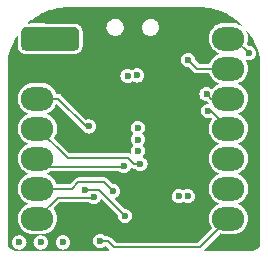
<source format=gbr>
G04 %TF.GenerationSoftware,KiCad,Pcbnew,(6.0.9-0)@% jlc*
G04 %TF.CreationDate,2023-01-04T12:54:03-08:00@% jlc*
G04 %TF.ProjectId,TMC2300-BOB v1.0,544d4332-3330-4302-9d42-4f422076312e,rev?@% jlc*
G04 %TF.SameCoordinates,Original@% jlc*
G04 %TF.FileFunction,Copper,L4,Bot@% jlc*
G04 %TF.FilePolarity,Positive@% jlc*
%FSLAX46Y46*%
G04 Gerber Fmt 4.6, Leading zero omitted, Abs format (unit mm)*
G04 Created by KiCad (PCBNEW (6.0.9-0)) date 2023-01-04 12:54:03*
%MOMM*%
%LPD*%
G01*
G04 APERTURE LIST*
G04 %TA.AperFunction,ComponentPad@% jlc*
%ADD10C,0.500000*%
G04 %TD@% jlc*
G04 %TA.AperFunction,SMDPad,CuDef@% jlc*
%ADD11R,1.650000X1.650000*%
G04 %TD@% jlc*
G04 %TA.AperFunction,SMDPad,CuDef@% jlc*
%ADD12R,1.600000X1.800000*%
G04 %TD@% jlc*
G04 %TA.AperFunction,SMDPad,CuDef@% jlc*
%ADD13O,2.748280X1.998980*%
G04 %TD@% jlc*
G04 %TA.AperFunction,ViaPad@% jlc*
%ADD14C,0.600000*%
G04 %TD@% jlc*
G04 %TA.AperFunction,Conductor@% jlc*
%ADD15C,0.200000*%
G04 %TD@% jlc*
G04 APERTURE END LIST*
D10*
G04 %TO.P,IC1,21,PAD@% jlc*
G04 %TO.N,GND@% jlc*
X11155000Y4305000D03*
D11*
X11730000Y4880000D03*
D10*
X12305000Y4305000D03*
X11155000Y5455000D03*
X12305000Y5455000D03*
G04 %TD@% jlc*
G04 %TO.P,U2,9,GNDPAD@% jlc*
G04 %TO.N,GND@% jlc*
X12810400Y12735800D03*
X13910400Y12735800D03*
X13910400Y14035800D03*
D12*
X13360400Y13385800D03*
D10*
X12810400Y14035800D03*
G04 %TD@% jlc*
D13*
G04 %TO.P,U1,1,PA02_A0_D0@% jlc*
G04 %TO.N,/SW1@% jlc*
X18999200Y18262600D03*
G04 %TO.P,U1,2,PA4_A1_D1@% jlc*
G04 %TO.N,/SW2@% jlc*
X18999200Y15722600D03*
G04 %TO.P,U1,3,PA10_A2_D2@% jlc*
G04 %TO.N,/LSR@% jlc*
X18999200Y13182600D03*
G04 %TO.P,U1,4,PA11_A3_D3@% jlc*
G04 %TO.N,/DIM@% jlc*
X18999200Y10642600D03*
G04 %TO.P,U1,5,PA8_A4_D4_SDA@% jlc*
G04 %TO.N,unconnected-(U1-Pad5)@% jlc*
X18999200Y8102600D03*
G04 %TO.P,U1,6,PA9_A5_D5_SCL@% jlc*
G04 %TO.N,unconnected-(U1-Pad6)@% jlc*
X18999200Y5562600D03*
G04 %TO.P,U1,7,PB08_A6_D6_TX@% jlc*
G04 %TO.N,/UART_TX@% jlc*
X18999200Y3022600D03*
G04 %TO.P,U1,8,PB09_A7_D7_RX@% jlc*
G04 %TO.N,/UART_RX@% jlc*
X2834640Y3022600D03*
G04 %TO.P,U1,9,PA7_A8_D8_SCK@% jlc*
G04 %TO.N,/EN@% jlc*
X2834640Y5562600D03*
G04 %TO.P,U1,10,PA5_A9_D9_MISO@% jlc*
G04 %TO.N,/STEP@% jlc*
X2834640Y8102600D03*
G04 %TO.P,U1,11,PA6_A10_D10_MOSI@% jlc*
G04 %TO.N,/DIR@% jlc*
X2834640Y10642600D03*
G04 %TO.P,U1,12,3V3@% jlc*
G04 %TO.N,/VIO\u005C~{STDBY}@% jlc*
X2834640Y13182600D03*
G04 %TO.P,U1,13,GND@% jlc*
G04 %TO.N,GND@% jlc*
X2834640Y15722600D03*
G04 %TO.P,U1,14,5V@% jlc*
G04 %TO.N,/+Vbat@% jlc*
X2834640Y18262600D03*
G04 %TD@% jlc*
D14*
G04 %TO.N,GND@% jlc*
X21200000Y15450000D03*
X11600000Y17500000D03*
X17119600Y7340600D03*
X6883400Y939800D03*
X17043400Y2311400D03*
X1041400Y15214600D03*
X7300000Y16800000D03*
X1041400Y16383000D03*
X16600000Y17900000D03*
G04 %TO.N,/+Vbat@% jlc*
X4927600Y18719800D03*
X5791200Y18719800D03*
X11340000Y8750000D03*
X10464800Y15113000D03*
X11340000Y9710000D03*
X3100000Y1000000D03*
X5000000Y1000000D03*
X15559800Y4917800D03*
X11328400Y10693400D03*
X11277600Y15138400D03*
X14797800Y4917800D03*
X4927600Y17780000D03*
X5791200Y17780000D03*
X1300000Y1000000D03*
G04 %TO.N,/VIO\u005C~{STDBY}@% jlc*
X6883400Y5435600D03*
X10236200Y3251200D03*
X7162800Y10820400D03*
G04 %TO.N,/EN@% jlc*
X9245600Y5334000D03*
G04 %TO.N,/UART_RX@% jlc*
X7594600Y4836100D03*
G04 %TO.N,/DIR@% jlc*
X11543911Y7653911D03*
G04 %TO.N,/STEP@% jlc*
X10150000Y7450000D03*
G04 %TO.N,/UART_TX@% jlc*
X8147178Y1130142D03*
G04 %TO.N,/SW2@% jlc*
X15595600Y16459200D03*
G04 %TO.N,/SW1@% jlc*
X20751800Y17018000D03*
G04 %TO.N,/DIM@% jlc*
X17297400Y12141200D03*
G04 %TO.N,/LSR@% jlc*
X17145000Y13563600D03*
G04 %TD@% jlc*
D15*
G04 %TO.N,/UART_RX@% jlc*
X7594600Y4836100D02*
X7558500Y4800000D01*
X7558500Y4800000D02*
X4546000Y4800000D01*
X4546000Y4800000D02*
X2895600Y3149600D01*
G04 %TO.N,/VIO\u005C~{STDBY}@% jlc*
X6934200Y10820400D02*
X4572000Y13182600D01*
X4572000Y13182600D02*
X2834640Y13182600D01*
X6883400Y5435600D02*
X8051800Y5435600D01*
X7162800Y10820400D02*
X6934200Y10820400D01*
X8051800Y5435600D02*
X10236200Y3251200D01*
G04 %TO.N,/EN@% jlc*
X6299200Y6096000D02*
X5765800Y5562600D01*
X8483600Y6096000D02*
X6299200Y6096000D01*
X5765800Y5562600D02*
X2834640Y5562600D01*
X9245600Y5334000D02*
X8483600Y6096000D01*
G04 %TO.N,/DIR@% jlc*
X2882400Y10642600D02*
X2834640Y10642600D01*
X5375000Y8150000D02*
X2882400Y10642600D01*
X11543911Y7653911D02*
X11021089Y7653911D01*
X11021089Y7653911D02*
X10525000Y8150000D01*
X10525000Y8150000D02*
X5375000Y8150000D01*
G04 %TO.N,/STEP@% jlc*
X3512240Y7425000D02*
X2834640Y8102600D01*
X10125000Y7425000D02*
X3512240Y7425000D01*
X10150000Y7450000D02*
X10125000Y7425000D01*
G04 %TO.N,/UART_TX@% jlc*
X16560800Y584200D02*
X18999200Y3022600D01*
X8774320Y1102095D02*
X9292215Y584200D01*
X9292215Y584200D02*
X16560800Y584200D01*
X8175225Y1102095D02*
X8774320Y1102095D01*
X8147178Y1130142D02*
X8175225Y1102095D01*
G04 %TO.N,/SW2@% jlc*
X15595600Y16459200D02*
X16332200Y15722600D01*
X16332200Y15722600D02*
X18999200Y15722600D01*
G04 %TO.N,/SW1@% jlc*
X19507200Y18262600D02*
X20751800Y17018000D01*
G04 %TO.N,/DIM@% jlc*
X17297400Y12141200D02*
X17500600Y12141200D01*
X17500600Y12141200D02*
X18999200Y10642600D01*
G04 %TO.N,/LSR@% jlc*
X17145000Y13563600D02*
X17526000Y13182600D01*
X17526000Y13182600D02*
X18999200Y13182600D01*
G04 %TD@% jlc*
G04 %TA.AperFunction,Conductor@% jlc*
G04 %TO.N,GND@% jlc*
G36*
X20606604Y18924752D02*
G01*
X20662750Y18847428D01*
X20847691Y18592727D01*
X20849933Y18589355D01*
X20913526Y18484546D01*
X21071729Y18223805D01*
X21073678Y18220271D01*
X21264526Y17837659D01*
X21266182Y17833964D01*
X21424774Y17436917D01*
X21426120Y17433097D01*
X21551391Y17024290D01*
X21552416Y17020372D01*
X21639943Y16618928D01*
X21643494Y16602639D01*
X21644192Y16598655D01*
X21664890Y16442767D01*
X21697230Y16199187D01*
X21697484Y16188632D01*
X21696117Y16172374D01*
X21697241Y16168236D01*
X21697241Y16168235D01*
X21697787Y16166225D01*
X21699500Y16153382D01*
X21699500Y1030582D01*
X21698756Y1022073D01*
X21694864Y1000000D01*
X21695608Y995780D01*
X21696671Y989750D01*
X21697179Y976440D01*
X21693641Y940512D01*
X21686532Y868336D01*
X21684658Y858915D01*
X21647655Y736932D01*
X21643979Y728058D01*
X21583888Y615636D01*
X21578551Y607649D01*
X21497682Y509110D01*
X21490890Y502318D01*
X21392351Y421449D01*
X21384364Y416112D01*
X21271942Y356021D01*
X21263068Y352345D01*
X21141085Y315342D01*
X21131665Y313468D01*
X21023560Y302821D01*
X21010250Y303329D01*
X21004220Y304392D01*
X21000000Y305136D01*
X20995781Y304392D01*
X20995780Y304392D01*
X20977927Y301244D01*
X20969418Y300500D01*
X16961789Y300500D01*
X16927141Y314852D01*
X16912789Y349500D01*
X16927141Y384148D01*
X18285285Y1742293D01*
X18319933Y1756645D01*
X18332615Y1754975D01*
X18395875Y1738024D01*
X18395877Y1738024D01*
X18397947Y1737469D01*
X18400074Y1737283D01*
X18400079Y1737282D01*
X18566722Y1722703D01*
X18566728Y1722703D01*
X18567788Y1722610D01*
X19430612Y1722610D01*
X19431672Y1722703D01*
X19431678Y1722703D01*
X19598321Y1737282D01*
X19598326Y1737283D01*
X19600453Y1737469D01*
X19602523Y1738024D01*
X19602525Y1738024D01*
X19818104Y1795788D01*
X19818106Y1795789D01*
X19820171Y1796342D01*
X20026328Y1892475D01*
X20212660Y2022946D01*
X20373504Y2183790D01*
X20384175Y2199029D01*
X20502749Y2368371D01*
X20502749Y2368372D01*
X20503975Y2370122D01*
X20600108Y2576279D01*
X20600662Y2578346D01*
X20658426Y2793925D01*
X20658426Y2793927D01*
X20658981Y2795997D01*
X20661166Y2820962D01*
X20678620Y3020474D01*
X20678806Y3022600D01*
X20658981Y3249203D01*
X20653849Y3268358D01*
X20600662Y3466854D01*
X20600661Y3466856D01*
X20600108Y3468921D01*
X20503975Y3675078D01*
X20432633Y3776965D01*
X20374736Y3859651D01*
X20374734Y3859653D01*
X20373504Y3861410D01*
X20212660Y4022254D01*
X20026328Y4152725D01*
X19821601Y4248191D01*
X19796264Y4275841D01*
X19797900Y4313308D01*
X19821601Y4337009D01*
X20024392Y4431572D01*
X20024394Y4431573D01*
X20026328Y4432475D01*
X20055979Y4453237D01*
X20210901Y4561714D01*
X20210903Y4561716D01*
X20212660Y4562946D01*
X20373504Y4723790D01*
X20383435Y4737972D01*
X20502749Y4908371D01*
X20502749Y4908372D01*
X20503975Y4910122D01*
X20507556Y4917800D01*
X20599204Y5114341D01*
X20600108Y5116279D01*
X20616442Y5177238D01*
X20658426Y5333925D01*
X20658426Y5333927D01*
X20658981Y5335997D01*
X20659641Y5343533D01*
X20678620Y5560474D01*
X20678806Y5562600D01*
X20672088Y5639390D01*
X20659168Y5787071D01*
X20659167Y5787076D01*
X20658981Y5789203D01*
X20640928Y5856580D01*
X20600662Y6006854D01*
X20600661Y6006856D01*
X20600108Y6008921D01*
X20503975Y6215078D01*
X20373504Y6401410D01*
X20212660Y6562254D01*
X20026328Y6692725D01*
X19821601Y6788191D01*
X19796264Y6815841D01*
X19797900Y6853308D01*
X19821601Y6877009D01*
X20024392Y6971572D01*
X20024394Y6971573D01*
X20026328Y6972475D01*
X20093861Y7019762D01*
X20210901Y7101714D01*
X20210903Y7101716D01*
X20212660Y7102946D01*
X20373504Y7263790D01*
X20376216Y7267662D01*
X20502749Y7448371D01*
X20502749Y7448372D01*
X20503975Y7450122D01*
X20600108Y7656279D01*
X20642272Y7813639D01*
X20658426Y7873925D01*
X20658426Y7873927D01*
X20658981Y7875997D01*
X20661882Y7909148D01*
X20678620Y8100474D01*
X20678806Y8102600D01*
X20673351Y8164956D01*
X20659168Y8327071D01*
X20659167Y8327076D01*
X20658981Y8329203D01*
X20642136Y8392072D01*
X20600662Y8546854D01*
X20600661Y8546856D01*
X20600108Y8548921D01*
X20503975Y8755078D01*
X20373504Y8941410D01*
X20212660Y9102254D01*
X20101295Y9180233D01*
X20028079Y9231499D01*
X20028078Y9231499D01*
X20026328Y9232725D01*
X19948805Y9268875D01*
X19821601Y9328191D01*
X19796264Y9355841D01*
X19797900Y9393308D01*
X19821601Y9417009D01*
X20024392Y9511572D01*
X20024394Y9511573D01*
X20026328Y9512475D01*
X20212660Y9642946D01*
X20373504Y9803790D01*
X20385542Y9820981D01*
X20502749Y9988371D01*
X20502749Y9988372D01*
X20503975Y9990122D01*
X20600108Y10196279D01*
X20610746Y10235979D01*
X20658426Y10413925D01*
X20658426Y10413927D01*
X20658981Y10415997D01*
X20667644Y10515010D01*
X20678620Y10640474D01*
X20678806Y10642600D01*
X20674083Y10696583D01*
X20659168Y10867071D01*
X20659167Y10867076D01*
X20658981Y10869203D01*
X20624942Y10996241D01*
X20600662Y11086854D01*
X20600661Y11086856D01*
X20600108Y11088921D01*
X20503975Y11295078D01*
X20445254Y11378940D01*
X20374736Y11479651D01*
X20374734Y11479653D01*
X20373504Y11481410D01*
X20212660Y11642254D01*
X20111742Y11712918D01*
X20028079Y11771499D01*
X20028078Y11771499D01*
X20026328Y11772725D01*
X19821601Y11868191D01*
X19796264Y11895841D01*
X19797900Y11933308D01*
X19821601Y11957009D01*
X19887247Y11987620D01*
X20026328Y12052475D01*
X20153041Y12141200D01*
X20210901Y12181714D01*
X20210903Y12181716D01*
X20212660Y12182946D01*
X20373504Y12343790D01*
X20443701Y12444041D01*
X20502749Y12528371D01*
X20502749Y12528372D01*
X20503975Y12530122D01*
X20600108Y12736279D01*
X20608250Y12766665D01*
X20658426Y12953925D01*
X20658426Y12953927D01*
X20658981Y12955997D01*
X20659274Y12959335D01*
X20678620Y13180474D01*
X20678806Y13182600D01*
X20671709Y13263725D01*
X20659168Y13407071D01*
X20659167Y13407076D01*
X20658981Y13409203D01*
X20631799Y13510650D01*
X20600662Y13626854D01*
X20600661Y13626856D01*
X20600108Y13628921D01*
X20503975Y13835078D01*
X20484091Y13863475D01*
X20374736Y14019651D01*
X20374734Y14019653D01*
X20373504Y14021410D01*
X20212660Y14182254D01*
X20026328Y14312725D01*
X19821601Y14408191D01*
X19796264Y14435841D01*
X19797900Y14473308D01*
X19821601Y14497009D01*
X19844608Y14507737D01*
X19941539Y14552937D01*
X20024392Y14591572D01*
X20024394Y14591573D01*
X20026328Y14592475D01*
X20028079Y14593701D01*
X20210901Y14721714D01*
X20210903Y14721716D01*
X20212660Y14722946D01*
X20373504Y14883790D01*
X20503975Y15070122D01*
X20523970Y15113000D01*
X20599204Y15274341D01*
X20600108Y15276279D01*
X20605168Y15295162D01*
X20658426Y15493925D01*
X20658426Y15493927D01*
X20658981Y15495997D01*
X20665337Y15568638D01*
X20678620Y15720474D01*
X20678806Y15722600D01*
X20676927Y15744082D01*
X20659168Y15947071D01*
X20659167Y15947076D01*
X20658981Y15949203D01*
X20600831Y16166225D01*
X20600662Y16166854D01*
X20600661Y16166856D01*
X20600108Y16168921D01*
X20503975Y16375078D01*
X20503296Y16376048D01*
X20498432Y16413016D01*
X20521264Y16442767D01*
X20558447Y16447659D01*
X20564513Y16445600D01*
X20592072Y16434184D01*
X20592076Y16434183D01*
X20595038Y16432956D01*
X20598219Y16432537D01*
X20598220Y16432537D01*
X20748617Y16412737D01*
X20751800Y16412318D01*
X20754983Y16412737D01*
X20905380Y16432537D01*
X20905381Y16432537D01*
X20908562Y16432956D01*
X20911524Y16434183D01*
X20911528Y16434184D01*
X21051675Y16492235D01*
X21051678Y16492237D01*
X21054641Y16493464D01*
X21143190Y16561410D01*
X21177533Y16587762D01*
X21180082Y16589718D01*
X21276336Y16715159D01*
X21277565Y16718125D01*
X21335616Y16858272D01*
X21335617Y16858276D01*
X21336844Y16861238D01*
X21339964Y16884933D01*
X21357063Y17014817D01*
X21357482Y17018000D01*
X21353972Y17044663D01*
X21337263Y17171580D01*
X21337263Y17171581D01*
X21336844Y17174762D01*
X21335617Y17177724D01*
X21335616Y17177728D01*
X21277565Y17317875D01*
X21277563Y17317878D01*
X21276336Y17320841D01*
X21199655Y17420774D01*
X21182038Y17443733D01*
X21180082Y17446282D01*
X21054641Y17542536D01*
X21051678Y17543763D01*
X21051675Y17543765D01*
X20911528Y17601816D01*
X20911524Y17601817D01*
X20908562Y17603044D01*
X20905381Y17603463D01*
X20905380Y17603463D01*
X20754983Y17623263D01*
X20751800Y17623682D01*
X20741038Y17622265D01*
X20704813Y17631971D01*
X20699994Y17636198D01*
X20598866Y17737327D01*
X20584514Y17771975D01*
X20589105Y17792683D01*
X20599204Y17814341D01*
X20600108Y17816279D01*
X20658981Y18035997D01*
X20665953Y18115681D01*
X20678620Y18260474D01*
X20678806Y18262600D01*
X20666140Y18407374D01*
X20659168Y18487071D01*
X20659167Y18487076D01*
X20658981Y18489203D01*
X20649290Y18525373D01*
X20600662Y18706854D01*
X20600661Y18706856D01*
X20600108Y18708921D01*
X20535300Y18847901D01*
X20522546Y18875253D01*
X20520910Y18912720D01*
X20546247Y18940370D01*
X20583714Y18942006D01*
X20606604Y18924752D01*
G37*
G04 %TD.AperFunction@% jlc*
G04 %TA.AperFunction,Conductor@% jlc*
G36*
X16887649Y20907689D02*
G01*
X16891669Y20907389D01*
X17142956Y20878102D01*
X17316368Y20857891D01*
X17320368Y20857256D01*
X17527609Y20815527D01*
X17739521Y20772857D01*
X17743440Y20771898D01*
X17999364Y20697926D01*
X18154187Y20653176D01*
X18158028Y20651892D01*
X18557574Y20499655D01*
X18561293Y20498059D01*
X18946903Y20313346D01*
X18950467Y20311454D01*
X19134990Y20203490D01*
X19319507Y20095529D01*
X19322915Y20093341D01*
X19672855Y19847684D01*
X19676071Y19845222D01*
X20004535Y19571502D01*
X20007535Y19568784D01*
X20162543Y19416233D01*
X20162820Y19415960D01*
X20177448Y19381427D01*
X20163374Y19346666D01*
X20128841Y19332038D01*
X20100347Y19340896D01*
X20026328Y19392725D01*
X20024356Y19393645D01*
X19936448Y19434637D01*
X19820171Y19488858D01*
X19818106Y19489411D01*
X19818104Y19489412D01*
X19602525Y19547176D01*
X19602523Y19547176D01*
X19600453Y19547731D01*
X19598326Y19547917D01*
X19598321Y19547918D01*
X19431678Y19562497D01*
X19431672Y19562497D01*
X19430612Y19562590D01*
X18567788Y19562590D01*
X18566728Y19562497D01*
X18566722Y19562497D01*
X18400079Y19547918D01*
X18400074Y19547917D01*
X18397947Y19547731D01*
X18395877Y19547176D01*
X18395875Y19547176D01*
X18180296Y19489412D01*
X18180294Y19489411D01*
X18178229Y19488858D01*
X18061952Y19434637D01*
X17974045Y19393645D01*
X17972072Y19392725D01*
X17970322Y19391499D01*
X17970321Y19391499D01*
X17817401Y19284423D01*
X17785740Y19262254D01*
X17624896Y19101410D01*
X17623666Y19099653D01*
X17623664Y19099651D01*
X17547291Y18990579D01*
X17494425Y18915078D01*
X17493523Y18913144D01*
X17493522Y18913142D01*
X17477546Y18878882D01*
X17398292Y18708921D01*
X17397739Y18706856D01*
X17397738Y18706854D01*
X17349111Y18525373D01*
X17339419Y18489203D01*
X17339233Y18487076D01*
X17339232Y18487071D01*
X17332260Y18407374D01*
X17319594Y18262600D01*
X17319780Y18260474D01*
X17332448Y18115681D01*
X17339419Y18035997D01*
X17398292Y17816279D01*
X17423795Y17761588D01*
X17490363Y17618834D01*
X17494425Y17610122D01*
X17495651Y17608372D01*
X17495651Y17608371D01*
X17616174Y17436247D01*
X17624896Y17423790D01*
X17785740Y17262946D01*
X17787497Y17261716D01*
X17787499Y17261714D01*
X17907444Y17177728D01*
X17972072Y17132475D01*
X17974006Y17131573D01*
X17974008Y17131572D01*
X17993680Y17122399D01*
X18154799Y17047268D01*
X18176799Y17037009D01*
X18202136Y17009359D01*
X18200500Y16971892D01*
X18176799Y16948191D01*
X18161631Y16941118D01*
X17983968Y16858272D01*
X17972072Y16852725D01*
X17970322Y16851499D01*
X17970321Y16851499D01*
X17838326Y16759075D01*
X17785740Y16722254D01*
X17624896Y16561410D01*
X17623666Y16559653D01*
X17623664Y16559651D01*
X17495651Y16376829D01*
X17494425Y16375078D01*
X17398292Y16168921D01*
X17395745Y16159417D01*
X17372917Y16129666D01*
X17348416Y16123100D01*
X16518389Y16123100D01*
X16483741Y16137452D01*
X16213798Y16407395D01*
X16199446Y16442043D01*
X16199865Y16448440D01*
X16200863Y16456019D01*
X16201282Y16459200D01*
X16190685Y16539696D01*
X16181063Y16612780D01*
X16181063Y16612781D01*
X16180644Y16615962D01*
X16179417Y16618924D01*
X16179416Y16618928D01*
X16121365Y16759075D01*
X16121363Y16759078D01*
X16120136Y16762041D01*
X16023882Y16887482D01*
X15898441Y16983736D01*
X15895478Y16984963D01*
X15895475Y16984965D01*
X15755328Y17043016D01*
X15755324Y17043017D01*
X15752362Y17044244D01*
X15749181Y17044663D01*
X15749180Y17044663D01*
X15598783Y17064463D01*
X15595600Y17064882D01*
X15592417Y17064463D01*
X15442020Y17044663D01*
X15442019Y17044663D01*
X15438838Y17044244D01*
X15435876Y17043017D01*
X15435872Y17043016D01*
X15295725Y16984965D01*
X15295722Y16984963D01*
X15292759Y16983736D01*
X15167318Y16887482D01*
X15071064Y16762041D01*
X15069837Y16759078D01*
X15069835Y16759075D01*
X15011784Y16618928D01*
X15011783Y16618924D01*
X15010556Y16615962D01*
X15010137Y16612781D01*
X15010137Y16612780D01*
X15000515Y16539696D01*
X14989918Y16459200D01*
X15010556Y16302438D01*
X15011783Y16299476D01*
X15011784Y16299472D01*
X15069835Y16159325D01*
X15071064Y16156359D01*
X15167318Y16030918D01*
X15292759Y15934664D01*
X15295722Y15933437D01*
X15295725Y15933435D01*
X15435872Y15875384D01*
X15435876Y15875383D01*
X15438838Y15874156D01*
X15442019Y15873737D01*
X15442020Y15873737D01*
X15592417Y15853937D01*
X15595600Y15853518D01*
X15606361Y15854935D01*
X15642585Y15845229D01*
X15647405Y15841002D01*
X16071291Y15417116D01*
X16071295Y15417113D01*
X16093858Y15394550D01*
X16097295Y15392799D01*
X16097299Y15392796D01*
X16118856Y15381812D01*
X16125412Y15377795D01*
X16144992Y15363569D01*
X16144997Y15363566D01*
X16148111Y15361304D01*
X16164140Y15356096D01*
X16174794Y15352634D01*
X16181897Y15349691D01*
X16203459Y15338705D01*
X16203460Y15338705D01*
X16206896Y15336954D01*
X16210699Y15336352D01*
X16210701Y15336351D01*
X16234607Y15332565D01*
X16242083Y15330770D01*
X16265100Y15323291D01*
X16265103Y15323291D01*
X16268767Y15322100D01*
X17348416Y15322100D01*
X17383064Y15307748D01*
X17395745Y15285785D01*
X17398292Y15276279D01*
X17399196Y15274341D01*
X17474431Y15113000D01*
X17494425Y15070122D01*
X17624896Y14883790D01*
X17785740Y14722946D01*
X17787497Y14721716D01*
X17787499Y14721714D01*
X17970321Y14593701D01*
X17972072Y14592475D01*
X17974006Y14591573D01*
X17974008Y14591572D01*
X18056861Y14552937D01*
X18153793Y14507737D01*
X18176799Y14497009D01*
X18202136Y14469359D01*
X18200500Y14431892D01*
X18176799Y14408191D01*
X17972072Y14312725D01*
X17785740Y14182254D01*
X17624896Y14021410D01*
X17623671Y14019661D01*
X17623663Y14019651D01*
X17622761Y14018363D01*
X17622377Y14018118D01*
X17622291Y14018016D01*
X17622259Y14018043D01*
X17591129Y13998217D01*
X17552798Y14007600D01*
X17450390Y14086180D01*
X17447841Y14088136D01*
X17444878Y14089363D01*
X17444875Y14089365D01*
X17304728Y14147416D01*
X17304724Y14147417D01*
X17301762Y14148644D01*
X17298581Y14149063D01*
X17298580Y14149063D01*
X17148183Y14168863D01*
X17145000Y14169282D01*
X17141817Y14168863D01*
X16991420Y14149063D01*
X16991419Y14149063D01*
X16988238Y14148644D01*
X16985276Y14147417D01*
X16985272Y14147416D01*
X16845125Y14089365D01*
X16845122Y14089363D01*
X16842159Y14088136D01*
X16839610Y14086180D01*
X16750910Y14018118D01*
X16716718Y13991882D01*
X16620464Y13866441D01*
X16619237Y13863478D01*
X16619235Y13863475D01*
X16561184Y13723328D01*
X16561183Y13723324D01*
X16559956Y13720362D01*
X16559537Y13717181D01*
X16559537Y13717180D01*
X16546667Y13619419D01*
X16539318Y13563600D01*
X16539737Y13560417D01*
X16540771Y13552567D01*
X16559956Y13406838D01*
X16561183Y13403876D01*
X16561184Y13403872D01*
X16619235Y13263725D01*
X16620464Y13260759D01*
X16716718Y13135318D01*
X16842159Y13039064D01*
X16845122Y13037837D01*
X16845125Y13037835D01*
X16985272Y12979784D01*
X16985276Y12979783D01*
X16988238Y12978556D01*
X16991419Y12978137D01*
X16991420Y12978137D01*
X17141817Y12958337D01*
X17145000Y12957918D01*
X17155762Y12959335D01*
X17191987Y12949629D01*
X17196806Y12945402D01*
X17287658Y12854550D01*
X17291093Y12852800D01*
X17312653Y12841814D01*
X17319205Y12837800D01*
X17322911Y12835108D01*
X17342509Y12803133D01*
X17333758Y12766665D01*
X17301783Y12747067D01*
X17298162Y12746782D01*
X17297400Y12746882D01*
X17165844Y12729562D01*
X17143820Y12726663D01*
X17143819Y12726663D01*
X17140638Y12726244D01*
X17137676Y12725017D01*
X17137672Y12725016D01*
X16997525Y12666965D01*
X16997522Y12666963D01*
X16994559Y12665736D01*
X16869118Y12569482D01*
X16867162Y12566933D01*
X16820991Y12506761D01*
X16772864Y12444041D01*
X16771637Y12441078D01*
X16771635Y12441075D01*
X16713584Y12300928D01*
X16713583Y12300924D01*
X16712356Y12297962D01*
X16691718Y12141200D01*
X16712356Y11984438D01*
X16713583Y11981476D01*
X16713584Y11981472D01*
X16760507Y11868191D01*
X16772864Y11838359D01*
X16869118Y11712918D01*
X16994559Y11616664D01*
X16997522Y11615437D01*
X16997525Y11615435D01*
X17137672Y11557384D01*
X17137676Y11557383D01*
X17140638Y11556156D01*
X17143819Y11555737D01*
X17143820Y11555737D01*
X17294217Y11535937D01*
X17297400Y11535518D01*
X17454162Y11556156D01*
X17469939Y11562691D01*
X17507442Y11562691D01*
X17523338Y11552069D01*
X17583098Y11492309D01*
X17597450Y11457661D01*
X17588588Y11429556D01*
X17494425Y11295078D01*
X17398292Y11088921D01*
X17397739Y11086856D01*
X17397738Y11086854D01*
X17373459Y10996241D01*
X17339419Y10869203D01*
X17339233Y10867076D01*
X17339232Y10867071D01*
X17324317Y10696583D01*
X17319594Y10642600D01*
X17319780Y10640474D01*
X17330757Y10515010D01*
X17339419Y10415997D01*
X17339974Y10413927D01*
X17339974Y10413925D01*
X17387654Y10235979D01*
X17398292Y10196279D01*
X17494425Y9990122D01*
X17495651Y9988372D01*
X17495651Y9988371D01*
X17612859Y9820981D01*
X17624896Y9803790D01*
X17785740Y9642946D01*
X17972072Y9512475D01*
X17974006Y9511573D01*
X17974008Y9511572D01*
X18176799Y9417009D01*
X18202136Y9389359D01*
X18200500Y9351892D01*
X18176799Y9328191D01*
X18049596Y9268875D01*
X17972072Y9232725D01*
X17970322Y9231499D01*
X17970321Y9231499D01*
X17897106Y9180233D01*
X17785740Y9102254D01*
X17624896Y8941410D01*
X17494425Y8755078D01*
X17398292Y8548921D01*
X17397739Y8546856D01*
X17397738Y8546854D01*
X17356265Y8392072D01*
X17339419Y8329203D01*
X17339233Y8327076D01*
X17339232Y8327071D01*
X17325049Y8164956D01*
X17319594Y8102600D01*
X17319780Y8100474D01*
X17336519Y7909148D01*
X17339419Y7875997D01*
X17339974Y7873927D01*
X17339974Y7873925D01*
X17356128Y7813639D01*
X17398292Y7656279D01*
X17494425Y7450122D01*
X17495651Y7448372D01*
X17495651Y7448371D01*
X17622185Y7267662D01*
X17624896Y7263790D01*
X17785740Y7102946D01*
X17787497Y7101716D01*
X17787499Y7101714D01*
X17904539Y7019762D01*
X17972072Y6972475D01*
X17974006Y6971573D01*
X17974008Y6971572D01*
X18176799Y6877009D01*
X18202136Y6849359D01*
X18200500Y6811892D01*
X18176799Y6788191D01*
X17972072Y6692725D01*
X17785740Y6562254D01*
X17624896Y6401410D01*
X17494425Y6215078D01*
X17398292Y6008921D01*
X17397739Y6006856D01*
X17397738Y6006854D01*
X17357473Y5856580D01*
X17339419Y5789203D01*
X17339233Y5787076D01*
X17339232Y5787071D01*
X17326312Y5639390D01*
X17319594Y5562600D01*
X17319780Y5560474D01*
X17338760Y5343533D01*
X17339419Y5335997D01*
X17339974Y5333927D01*
X17339974Y5333925D01*
X17381958Y5177238D01*
X17398292Y5116279D01*
X17399196Y5114341D01*
X17490845Y4917800D01*
X17494425Y4910122D01*
X17495651Y4908372D01*
X17495651Y4908371D01*
X17614966Y4737972D01*
X17624896Y4723790D01*
X17785740Y4562946D01*
X17787497Y4561716D01*
X17787499Y4561714D01*
X17942421Y4453237D01*
X17972072Y4432475D01*
X17974006Y4431573D01*
X17974008Y4431572D01*
X18176799Y4337009D01*
X18202136Y4309359D01*
X18200500Y4271892D01*
X18176799Y4248191D01*
X17972072Y4152725D01*
X17785740Y4022254D01*
X17624896Y3861410D01*
X17623666Y3859653D01*
X17623664Y3859651D01*
X17565767Y3776965D01*
X17494425Y3675078D01*
X17398292Y3468921D01*
X17397739Y3466856D01*
X17397738Y3466854D01*
X17344552Y3268358D01*
X17339419Y3249203D01*
X17319594Y3022600D01*
X17319780Y3020474D01*
X17337235Y2820962D01*
X17339419Y2795997D01*
X17339974Y2793927D01*
X17339974Y2793925D01*
X17397738Y2578346D01*
X17398292Y2576279D01*
X17494425Y2370122D01*
X17495651Y2368371D01*
X17588588Y2235643D01*
X17596706Y2199029D01*
X17583098Y2172890D01*
X16409259Y999052D01*
X16374611Y984700D01*
X9478403Y984700D01*
X9443755Y999052D01*
X9035237Y1407571D01*
X9035229Y1407579D01*
X9035225Y1407582D01*
X9012662Y1430145D01*
X9009225Y1431896D01*
X9009221Y1431899D01*
X8987666Y1442882D01*
X8981109Y1446899D01*
X8961525Y1461128D01*
X8961524Y1461129D01*
X8958410Y1463391D01*
X8931724Y1472062D01*
X8924621Y1475005D01*
X8903061Y1485990D01*
X8903060Y1485990D01*
X8899624Y1487741D01*
X8895821Y1488343D01*
X8895819Y1488344D01*
X8871913Y1492130D01*
X8864437Y1493925D01*
X8841420Y1501404D01*
X8841417Y1501404D01*
X8837753Y1502595D01*
X8642463Y1502595D01*
X8607815Y1516947D01*
X8603589Y1521765D01*
X8600520Y1525765D01*
X8575460Y1558424D01*
X8450019Y1654678D01*
X8447056Y1655905D01*
X8447053Y1655907D01*
X8306906Y1713958D01*
X8306902Y1713959D01*
X8303940Y1715186D01*
X8300759Y1715605D01*
X8300758Y1715605D01*
X8150361Y1735405D01*
X8147178Y1735824D01*
X8143995Y1735405D01*
X7993598Y1715605D01*
X7993597Y1715605D01*
X7990416Y1715186D01*
X7987454Y1713959D01*
X7987450Y1713958D01*
X7847303Y1655907D01*
X7847300Y1655905D01*
X7844337Y1654678D01*
X7718896Y1558424D01*
X7622642Y1432983D01*
X7621415Y1430020D01*
X7621413Y1430017D01*
X7563362Y1289870D01*
X7563361Y1289866D01*
X7562134Y1286904D01*
X7541496Y1130142D01*
X7562134Y973380D01*
X7563361Y970418D01*
X7563362Y970414D01*
X7617269Y840272D01*
X7622642Y827301D01*
X7718896Y701860D01*
X7844337Y605606D01*
X7847300Y604379D01*
X7847303Y604377D01*
X7987450Y546326D01*
X7987454Y546325D01*
X7990416Y545098D01*
X7993597Y544679D01*
X7993598Y544679D01*
X8143995Y524879D01*
X8147178Y524460D01*
X8150361Y524879D01*
X8300758Y544679D01*
X8300759Y544679D01*
X8303940Y545098D01*
X8306902Y546325D01*
X8306906Y546326D01*
X8447053Y604377D01*
X8447056Y604379D01*
X8450019Y605606D01*
X8559873Y689899D01*
X8596097Y699606D01*
X8624349Y685673D01*
X8785563Y524460D01*
X8925875Y384148D01*
X8940227Y349500D01*
X8925875Y314852D01*
X8891227Y300500D01*
X5034979Y300500D01*
X5000331Y314852D01*
X4999061Y317919D01*
X4994850Y310626D01*
X4965021Y300500D01*
X3134979Y300500D01*
X3100331Y314852D01*
X3099061Y317919D01*
X3094850Y310626D01*
X3065021Y300500D01*
X1334979Y300500D01*
X1300331Y314852D01*
X1299061Y317919D01*
X1294850Y310626D01*
X1265021Y300500D01*
X1030582Y300500D01*
X1022073Y301244D01*
X1004220Y304392D01*
X1004219Y304392D01*
X1000000Y305136D01*
X995780Y304392D01*
X989750Y303329D01*
X976440Y302821D01*
X868335Y313468D01*
X858915Y315342D01*
X736932Y352345D01*
X728058Y356021D01*
X615636Y416112D01*
X607649Y421449D01*
X509110Y502318D01*
X502318Y509110D01*
X421449Y607649D01*
X416112Y615636D01*
X356021Y728058D01*
X352345Y736932D01*
X315342Y858915D01*
X313468Y868336D01*
X306360Y940512D01*
X302821Y976440D01*
X303329Y989750D01*
X304392Y995780D01*
X305136Y1000000D01*
X694318Y1000000D01*
X714956Y843238D01*
X716183Y840276D01*
X716184Y840272D01*
X774235Y700125D01*
X775464Y697159D01*
X871718Y571718D01*
X997159Y475464D01*
X1000122Y474237D01*
X1000125Y474235D01*
X1140272Y416184D01*
X1140276Y416183D01*
X1143238Y414956D01*
X1146419Y414537D01*
X1146420Y414537D01*
X1271417Y398081D01*
X1299408Y381920D01*
X1300331Y384148D01*
X1328583Y398081D01*
X1453580Y414537D01*
X1453581Y414537D01*
X1456762Y414956D01*
X1459724Y416183D01*
X1459728Y416184D01*
X1599875Y474235D01*
X1599878Y474237D01*
X1602841Y475464D01*
X1728282Y571718D01*
X1824536Y697159D01*
X1825765Y700125D01*
X1883816Y840272D01*
X1883817Y840276D01*
X1885044Y843238D01*
X1905682Y1000000D01*
X2494318Y1000000D01*
X2514956Y843238D01*
X2516183Y840276D01*
X2516184Y840272D01*
X2574235Y700125D01*
X2575464Y697159D01*
X2671718Y571718D01*
X2797159Y475464D01*
X2800122Y474237D01*
X2800125Y474235D01*
X2940272Y416184D01*
X2940276Y416183D01*
X2943238Y414956D01*
X2946419Y414537D01*
X2946420Y414537D01*
X3071417Y398081D01*
X3099408Y381920D01*
X3100331Y384148D01*
X3128583Y398081D01*
X3253580Y414537D01*
X3253581Y414537D01*
X3256762Y414956D01*
X3259724Y416183D01*
X3259728Y416184D01*
X3399875Y474235D01*
X3399878Y474237D01*
X3402841Y475464D01*
X3528282Y571718D01*
X3624536Y697159D01*
X3625765Y700125D01*
X3683816Y840272D01*
X3683817Y840276D01*
X3685044Y843238D01*
X3705682Y1000000D01*
X4394318Y1000000D01*
X4414956Y843238D01*
X4416183Y840276D01*
X4416184Y840272D01*
X4474235Y700125D01*
X4475464Y697159D01*
X4571718Y571718D01*
X4697159Y475464D01*
X4700122Y474237D01*
X4700125Y474235D01*
X4840272Y416184D01*
X4840276Y416183D01*
X4843238Y414956D01*
X4846419Y414537D01*
X4846420Y414537D01*
X4971417Y398081D01*
X4999408Y381920D01*
X5000331Y384148D01*
X5028583Y398081D01*
X5153580Y414537D01*
X5153581Y414537D01*
X5156762Y414956D01*
X5159724Y416183D01*
X5159728Y416184D01*
X5299875Y474235D01*
X5299878Y474237D01*
X5302841Y475464D01*
X5428282Y571718D01*
X5524536Y697159D01*
X5525765Y700125D01*
X5583816Y840272D01*
X5583817Y840276D01*
X5585044Y843238D01*
X5605682Y1000000D01*
X5585044Y1156762D01*
X5583817Y1159724D01*
X5583816Y1159728D01*
X5525765Y1299875D01*
X5525763Y1299878D01*
X5524536Y1302841D01*
X5428282Y1428282D01*
X5302841Y1524536D01*
X5299878Y1525763D01*
X5299875Y1525765D01*
X5159728Y1583816D01*
X5159724Y1583817D01*
X5156762Y1585044D01*
X5153581Y1585463D01*
X5153580Y1585463D01*
X5003183Y1605263D01*
X5000000Y1605682D01*
X4996817Y1605263D01*
X4846420Y1585463D01*
X4846419Y1585463D01*
X4843238Y1585044D01*
X4840276Y1583817D01*
X4840272Y1583816D01*
X4700125Y1525765D01*
X4700122Y1525763D01*
X4697159Y1524536D01*
X4571718Y1428282D01*
X4475464Y1302841D01*
X4474237Y1299878D01*
X4474235Y1299875D01*
X4416184Y1159728D01*
X4416183Y1159724D01*
X4414956Y1156762D01*
X4394318Y1000000D01*
X3705682Y1000000D01*
X3685044Y1156762D01*
X3683817Y1159724D01*
X3683816Y1159728D01*
X3625765Y1299875D01*
X3625763Y1299878D01*
X3624536Y1302841D01*
X3528282Y1428282D01*
X3402841Y1524536D01*
X3399878Y1525763D01*
X3399875Y1525765D01*
X3259728Y1583816D01*
X3259724Y1583817D01*
X3256762Y1585044D01*
X3253581Y1585463D01*
X3253580Y1585463D01*
X3103183Y1605263D01*
X3100000Y1605682D01*
X3096817Y1605263D01*
X2946420Y1585463D01*
X2946419Y1585463D01*
X2943238Y1585044D01*
X2940276Y1583817D01*
X2940272Y1583816D01*
X2800125Y1525765D01*
X2800122Y1525763D01*
X2797159Y1524536D01*
X2671718Y1428282D01*
X2575464Y1302841D01*
X2574237Y1299878D01*
X2574235Y1299875D01*
X2516184Y1159728D01*
X2516183Y1159724D01*
X2514956Y1156762D01*
X2494318Y1000000D01*
X1905682Y1000000D01*
X1885044Y1156762D01*
X1883817Y1159724D01*
X1883816Y1159728D01*
X1825765Y1299875D01*
X1825763Y1299878D01*
X1824536Y1302841D01*
X1728282Y1428282D01*
X1602841Y1524536D01*
X1599878Y1525763D01*
X1599875Y1525765D01*
X1459728Y1583816D01*
X1459724Y1583817D01*
X1456762Y1585044D01*
X1453581Y1585463D01*
X1453580Y1585463D01*
X1303183Y1605263D01*
X1300000Y1605682D01*
X1296817Y1605263D01*
X1146420Y1585463D01*
X1146419Y1585463D01*
X1143238Y1585044D01*
X1140276Y1583817D01*
X1140272Y1583816D01*
X1000125Y1525765D01*
X1000122Y1525763D01*
X997159Y1524536D01*
X871718Y1428282D01*
X775464Y1302841D01*
X774237Y1299878D01*
X774235Y1299875D01*
X716184Y1159728D01*
X716183Y1159724D01*
X714956Y1156762D01*
X694318Y1000000D01*
X305136Y1000000D01*
X301244Y1022073D01*
X300500Y1030582D01*
X300500Y3022600D01*
X1155034Y3022600D01*
X1155220Y3020474D01*
X1172675Y2820962D01*
X1174859Y2795997D01*
X1175414Y2793927D01*
X1175414Y2793925D01*
X1233178Y2578346D01*
X1233732Y2576279D01*
X1329865Y2370122D01*
X1331091Y2368372D01*
X1331091Y2368371D01*
X1449666Y2199029D01*
X1460336Y2183790D01*
X1621180Y2022946D01*
X1807512Y1892475D01*
X2013669Y1796342D01*
X2015734Y1795789D01*
X2015736Y1795788D01*
X2231315Y1738024D01*
X2231317Y1738024D01*
X2233387Y1737469D01*
X2235514Y1737283D01*
X2235519Y1737282D01*
X2402162Y1722703D01*
X2402168Y1722703D01*
X2403228Y1722610D01*
X3266052Y1722610D01*
X3267112Y1722703D01*
X3267118Y1722703D01*
X3433761Y1737282D01*
X3433766Y1737283D01*
X3435893Y1737469D01*
X3437963Y1738024D01*
X3437965Y1738024D01*
X3653544Y1795788D01*
X3653546Y1795789D01*
X3655611Y1796342D01*
X3861768Y1892475D01*
X4048100Y2022946D01*
X4208944Y2183790D01*
X4219615Y2199029D01*
X4338189Y2368371D01*
X4338189Y2368372D01*
X4339415Y2370122D01*
X4435548Y2576279D01*
X4436102Y2578346D01*
X4493866Y2793925D01*
X4493866Y2793927D01*
X4494421Y2795997D01*
X4496606Y2820962D01*
X4514060Y3020474D01*
X4514246Y3022600D01*
X4494421Y3249203D01*
X4489289Y3268358D01*
X4436102Y3466854D01*
X4436101Y3466856D01*
X4435548Y3468921D01*
X4339415Y3675078D01*
X4218054Y3848400D01*
X4209937Y3885013D01*
X4223545Y3911152D01*
X4697541Y4385148D01*
X4732189Y4399500D01*
X7160526Y4399500D01*
X7190354Y4389374D01*
X7291759Y4311564D01*
X7294722Y4310337D01*
X7294725Y4310335D01*
X7434872Y4252284D01*
X7434876Y4252283D01*
X7437838Y4251056D01*
X7441019Y4250637D01*
X7441020Y4250637D01*
X7591417Y4230837D01*
X7594600Y4230418D01*
X7597783Y4230837D01*
X7748180Y4250637D01*
X7748181Y4250637D01*
X7751362Y4251056D01*
X7754324Y4252283D01*
X7754328Y4252284D01*
X7894475Y4310335D01*
X7894478Y4310337D01*
X7897441Y4311564D01*
X8022882Y4407818D01*
X8119136Y4533259D01*
X8130923Y4561714D01*
X8169747Y4655445D01*
X8196265Y4681964D01*
X8233768Y4681964D01*
X8249665Y4671342D01*
X9618002Y3303006D01*
X9632354Y3268358D01*
X9631935Y3261964D01*
X9630518Y3251200D01*
X9651156Y3094438D01*
X9652383Y3091476D01*
X9652384Y3091472D01*
X9710435Y2951325D01*
X9711664Y2948359D01*
X9807918Y2822918D01*
X9810467Y2820962D01*
X9870639Y2774791D01*
X9933359Y2726664D01*
X9936322Y2725437D01*
X9936325Y2725435D01*
X10076472Y2667384D01*
X10076476Y2667383D01*
X10079438Y2666156D01*
X10082619Y2665737D01*
X10082620Y2665737D01*
X10233017Y2645937D01*
X10236200Y2645518D01*
X10239383Y2645937D01*
X10389780Y2665737D01*
X10389781Y2665737D01*
X10392962Y2666156D01*
X10395924Y2667383D01*
X10395928Y2667384D01*
X10536075Y2725435D01*
X10536078Y2725437D01*
X10539041Y2726664D01*
X10601761Y2774791D01*
X10661933Y2820962D01*
X10664482Y2822918D01*
X10760736Y2948359D01*
X10761965Y2951325D01*
X10820016Y3091472D01*
X10820017Y3091476D01*
X10821244Y3094438D01*
X10841882Y3251200D01*
X10821244Y3407962D01*
X10820017Y3410924D01*
X10820016Y3410928D01*
X10761965Y3551075D01*
X10761963Y3551078D01*
X10760736Y3554041D01*
X10664482Y3679482D01*
X10539041Y3775736D01*
X10536078Y3776963D01*
X10536075Y3776965D01*
X10395928Y3835016D01*
X10395924Y3835017D01*
X10392962Y3836244D01*
X10389781Y3836663D01*
X10389780Y3836663D01*
X10239383Y3856463D01*
X10236200Y3856882D01*
X10225438Y3855465D01*
X10189213Y3865171D01*
X10184394Y3869398D01*
X9385116Y4668676D01*
X9370764Y4703324D01*
X9385116Y4737972D01*
X9402704Y4748129D01*
X9402362Y4748956D01*
X9545475Y4808235D01*
X9545478Y4808237D01*
X9548441Y4809464D01*
X9673882Y4905718D01*
X9680711Y4914617D01*
X9683153Y4917800D01*
X14192118Y4917800D01*
X14212756Y4761038D01*
X14213983Y4758076D01*
X14213984Y4758072D01*
X14256494Y4655445D01*
X14273264Y4614959D01*
X14369518Y4489518D01*
X14494959Y4393264D01*
X14497922Y4392037D01*
X14497925Y4392035D01*
X14638072Y4333984D01*
X14638076Y4333983D01*
X14641038Y4332756D01*
X14644219Y4332337D01*
X14644220Y4332337D01*
X14794617Y4312537D01*
X14797800Y4312118D01*
X14800983Y4312537D01*
X14951380Y4332337D01*
X14951381Y4332337D01*
X14954562Y4332756D01*
X14957524Y4333983D01*
X14957528Y4333984D01*
X15097675Y4392035D01*
X15097678Y4392037D01*
X15100641Y4393264D01*
X15148972Y4430349D01*
X15185196Y4440056D01*
X15208628Y4430349D01*
X15256959Y4393264D01*
X15259922Y4392037D01*
X15259925Y4392035D01*
X15400072Y4333984D01*
X15400076Y4333983D01*
X15403038Y4332756D01*
X15406219Y4332337D01*
X15406220Y4332337D01*
X15556617Y4312537D01*
X15559800Y4312118D01*
X15562983Y4312537D01*
X15713380Y4332337D01*
X15713381Y4332337D01*
X15716562Y4332756D01*
X15719524Y4333983D01*
X15719528Y4333984D01*
X15859675Y4392035D01*
X15859678Y4392037D01*
X15862641Y4393264D01*
X15988082Y4489518D01*
X16084336Y4614959D01*
X16101106Y4655445D01*
X16143616Y4758072D01*
X16143617Y4758076D01*
X16144844Y4761038D01*
X16165482Y4917800D01*
X16144844Y5074562D01*
X16143617Y5077524D01*
X16143616Y5077528D01*
X16085565Y5217675D01*
X16085563Y5217678D01*
X16084336Y5220641D01*
X16036209Y5283362D01*
X15990038Y5343533D01*
X15988082Y5346082D01*
X15862641Y5442336D01*
X15859678Y5443563D01*
X15859675Y5443565D01*
X15719528Y5501616D01*
X15719524Y5501617D01*
X15716562Y5502844D01*
X15713381Y5503263D01*
X15713380Y5503263D01*
X15562983Y5523063D01*
X15559800Y5523482D01*
X15556617Y5523063D01*
X15406220Y5503263D01*
X15406219Y5503263D01*
X15403038Y5502844D01*
X15400076Y5501617D01*
X15400072Y5501616D01*
X15259925Y5443565D01*
X15259922Y5443563D01*
X15256959Y5442336D01*
X15208628Y5405251D01*
X15172404Y5395544D01*
X15148972Y5405251D01*
X15100641Y5442336D01*
X15097678Y5443563D01*
X15097675Y5443565D01*
X14957528Y5501616D01*
X14957524Y5501617D01*
X14954562Y5502844D01*
X14951381Y5503263D01*
X14951380Y5503263D01*
X14800983Y5523063D01*
X14797800Y5523482D01*
X14794617Y5523063D01*
X14644220Y5503263D01*
X14644219Y5503263D01*
X14641038Y5502844D01*
X14638076Y5501617D01*
X14638072Y5501616D01*
X14497925Y5443565D01*
X14497922Y5443563D01*
X14494959Y5442336D01*
X14369518Y5346082D01*
X14367562Y5343533D01*
X14321391Y5283362D01*
X14273264Y5220641D01*
X14272037Y5217678D01*
X14272035Y5217675D01*
X14213984Y5077528D01*
X14213983Y5077524D01*
X14212756Y5074562D01*
X14192118Y4917800D01*
X9683153Y4917800D01*
X9768180Y5028610D01*
X9770136Y5031159D01*
X9771365Y5034125D01*
X9829416Y5174272D01*
X9829417Y5174276D01*
X9830644Y5177238D01*
X9833707Y5200500D01*
X9850863Y5330817D01*
X9851282Y5334000D01*
X9830644Y5490762D01*
X9829417Y5493724D01*
X9829416Y5493728D01*
X9771365Y5633875D01*
X9771363Y5633878D01*
X9770136Y5636841D01*
X9673882Y5762282D01*
X9636098Y5791275D01*
X9550990Y5856580D01*
X9548441Y5858536D01*
X9545478Y5859763D01*
X9545475Y5859765D01*
X9405328Y5917816D01*
X9405324Y5917817D01*
X9402362Y5919044D01*
X9399181Y5919463D01*
X9399180Y5919463D01*
X9248783Y5939263D01*
X9245600Y5939682D01*
X9234839Y5938265D01*
X9198615Y5947971D01*
X9193795Y5952198D01*
X8744509Y6401484D01*
X8744505Y6401487D01*
X8721942Y6424050D01*
X8718505Y6425801D01*
X8718501Y6425804D01*
X8696946Y6436787D01*
X8690389Y6440804D01*
X8670805Y6455033D01*
X8670804Y6455034D01*
X8667690Y6457296D01*
X8641004Y6465967D01*
X8633901Y6468910D01*
X8612341Y6479895D01*
X8612340Y6479895D01*
X8608904Y6481646D01*
X8605101Y6482248D01*
X8605099Y6482249D01*
X8581193Y6486035D01*
X8573717Y6487830D01*
X8550700Y6495309D01*
X8550697Y6495309D01*
X8547033Y6496500D01*
X6235767Y6496500D01*
X6232103Y6495309D01*
X6232100Y6495309D01*
X6209083Y6487830D01*
X6201607Y6486035D01*
X6177701Y6482249D01*
X6177699Y6482248D01*
X6173896Y6481646D01*
X6148898Y6468909D01*
X6141799Y6465968D01*
X6129615Y6462009D01*
X6118776Y6458488D01*
X6118775Y6458487D01*
X6115111Y6457297D01*
X6111995Y6455033D01*
X6111993Y6455032D01*
X6092410Y6440804D01*
X6085855Y6436787D01*
X6060858Y6424050D01*
X6038295Y6401487D01*
X6038291Y6401484D01*
X5614259Y5977452D01*
X5579611Y5963100D01*
X4485424Y5963100D01*
X4450776Y5977452D01*
X4438095Y5999415D01*
X4435548Y6008921D01*
X4339415Y6215078D01*
X4208944Y6401410D01*
X4048100Y6562254D01*
X3861768Y6692725D01*
X3657041Y6788191D01*
X3631704Y6815841D01*
X3633340Y6853308D01*
X3657041Y6877009D01*
X3859832Y6971572D01*
X3859834Y6971573D01*
X3861768Y6972475D01*
X3923411Y7015638D01*
X3951516Y7024500D01*
X9701460Y7024500D01*
X9731289Y7014374D01*
X9847159Y6925464D01*
X9850122Y6924237D01*
X9850125Y6924235D01*
X9990272Y6866184D01*
X9990276Y6866183D01*
X9993238Y6864956D01*
X9996419Y6864537D01*
X9996420Y6864537D01*
X10146817Y6844737D01*
X10150000Y6844318D01*
X10153183Y6844737D01*
X10303580Y6864537D01*
X10303581Y6864537D01*
X10306762Y6864956D01*
X10309724Y6866183D01*
X10309728Y6866184D01*
X10449875Y6924235D01*
X10449878Y6924237D01*
X10452841Y6925464D01*
X10578282Y7021718D01*
X10674536Y7147159D01*
X10706229Y7223673D01*
X10734230Y7291272D01*
X10760749Y7317791D01*
X10801745Y7316181D01*
X10807745Y7313124D01*
X10814301Y7309106D01*
X10833881Y7294880D01*
X10833886Y7294877D01*
X10837000Y7292615D01*
X10853029Y7287407D01*
X10863683Y7283945D01*
X10870786Y7281002D01*
X10892348Y7270016D01*
X10892349Y7270016D01*
X10895785Y7268265D01*
X10899588Y7267663D01*
X10899590Y7267662D01*
X10923496Y7263876D01*
X10930972Y7262081D01*
X10953989Y7254602D01*
X10953992Y7254602D01*
X10957656Y7253411D01*
X11070148Y7253411D01*
X11104796Y7239059D01*
X11109017Y7234246D01*
X11115629Y7225629D01*
X11241070Y7129375D01*
X11244033Y7128148D01*
X11244036Y7128146D01*
X11384183Y7070095D01*
X11384187Y7070094D01*
X11387149Y7068867D01*
X11390330Y7068448D01*
X11390331Y7068448D01*
X11540728Y7048648D01*
X11543911Y7048229D01*
X11547094Y7048648D01*
X11697491Y7068448D01*
X11697492Y7068448D01*
X11700673Y7068867D01*
X11703635Y7070094D01*
X11703639Y7070095D01*
X11843786Y7128146D01*
X11843789Y7128148D01*
X11846752Y7129375D01*
X11972193Y7225629D01*
X12068447Y7351070D01*
X12069676Y7354036D01*
X12127727Y7494183D01*
X12127728Y7494187D01*
X12128955Y7497149D01*
X12149593Y7653911D01*
X12128955Y7810673D01*
X12127728Y7813635D01*
X12127727Y7813639D01*
X12069676Y7953786D01*
X12069674Y7953789D01*
X12068447Y7956752D01*
X11972193Y8082193D01*
X11846752Y8178447D01*
X11843789Y8179674D01*
X11843786Y8179676D01*
X11752943Y8217304D01*
X11726425Y8243823D01*
X11726425Y8281326D01*
X11741865Y8301448D01*
X11768282Y8321718D01*
X11772390Y8327071D01*
X11862580Y8444610D01*
X11864536Y8447159D01*
X11865765Y8450125D01*
X11923816Y8590272D01*
X11923817Y8590276D01*
X11925044Y8593238D01*
X11945682Y8750000D01*
X11945263Y8753183D01*
X11925463Y8903580D01*
X11925463Y8903581D01*
X11925044Y8906762D01*
X11923817Y8909724D01*
X11923816Y8909728D01*
X11865765Y9049875D01*
X11865763Y9049878D01*
X11864536Y9052841D01*
X11768282Y9178282D01*
X11751542Y9191127D01*
X11732791Y9223604D01*
X11742497Y9259829D01*
X11751537Y9268869D01*
X11768282Y9281718D01*
X11864536Y9407159D01*
X11868616Y9417009D01*
X11923816Y9550272D01*
X11923817Y9550276D01*
X11925044Y9553238D01*
X11945682Y9710000D01*
X11925044Y9866762D01*
X11923817Y9869724D01*
X11923816Y9869728D01*
X11865765Y10009875D01*
X11865763Y10009878D01*
X11864536Y10012841D01*
X11768282Y10138282D01*
X11730496Y10167276D01*
X11711744Y10199754D01*
X11721451Y10235979D01*
X11730495Y10245024D01*
X11756682Y10265118D01*
X11852936Y10390559D01*
X11864356Y10418129D01*
X11912216Y10533672D01*
X11912217Y10533676D01*
X11913444Y10536638D01*
X11934082Y10693400D01*
X11913444Y10850162D01*
X11912217Y10853124D01*
X11912216Y10853128D01*
X11854165Y10993275D01*
X11854163Y10993278D01*
X11852936Y10996241D01*
X11756682Y11121682D01*
X11631241Y11217936D01*
X11628278Y11219163D01*
X11628275Y11219165D01*
X11488128Y11277216D01*
X11488124Y11277217D01*
X11485162Y11278444D01*
X11481981Y11278863D01*
X11481980Y11278863D01*
X11331583Y11298663D01*
X11328400Y11299082D01*
X11325217Y11298663D01*
X11174820Y11278863D01*
X11174819Y11278863D01*
X11171638Y11278444D01*
X11168676Y11277217D01*
X11168672Y11277216D01*
X11028525Y11219165D01*
X11028522Y11219163D01*
X11025559Y11217936D01*
X10900118Y11121682D01*
X10803864Y10996241D01*
X10802637Y10993278D01*
X10802635Y10993275D01*
X10744584Y10853128D01*
X10744583Y10853124D01*
X10743356Y10850162D01*
X10722718Y10693400D01*
X10743356Y10536638D01*
X10744583Y10533676D01*
X10744584Y10533672D01*
X10792444Y10418129D01*
X10803864Y10390559D01*
X10900118Y10265118D01*
X10902667Y10263162D01*
X10937904Y10236124D01*
X10956656Y10203646D01*
X10946949Y10167421D01*
X10937906Y10158377D01*
X10911718Y10138282D01*
X10815464Y10012841D01*
X10814237Y10009878D01*
X10814235Y10009875D01*
X10756184Y9869728D01*
X10756183Y9869724D01*
X10754956Y9866762D01*
X10734318Y9710000D01*
X10754956Y9553238D01*
X10756183Y9550276D01*
X10756184Y9550272D01*
X10811384Y9417009D01*
X10815464Y9407159D01*
X10911718Y9281718D01*
X10928458Y9268873D01*
X10947209Y9236396D01*
X10937503Y9200171D01*
X10928463Y9191131D01*
X10911718Y9178282D01*
X10815464Y9052841D01*
X10814237Y9049878D01*
X10814235Y9049875D01*
X10756184Y8909728D01*
X10756183Y8909724D01*
X10754956Y8906762D01*
X10754537Y8903581D01*
X10754537Y8903580D01*
X10734737Y8753183D01*
X10734318Y8750000D01*
X10754956Y8593238D01*
X10756184Y8590274D01*
X10756185Y8590269D01*
X10760633Y8579531D01*
X10760633Y8542028D01*
X10734114Y8515510D01*
X10700221Y8514178D01*
X10682404Y8519967D01*
X10675301Y8522910D01*
X10653741Y8533895D01*
X10653740Y8533895D01*
X10650304Y8535646D01*
X10646501Y8536248D01*
X10646499Y8536249D01*
X10622593Y8540035D01*
X10615117Y8541830D01*
X10592100Y8549309D01*
X10592097Y8549309D01*
X10588433Y8550500D01*
X5561189Y8550500D01*
X5526541Y8564852D01*
X4270412Y9820981D01*
X4256060Y9855629D01*
X4264922Y9883734D01*
X4338184Y9988363D01*
X4338189Y9988371D01*
X4339415Y9990122D01*
X4435548Y10196279D01*
X4446186Y10235979D01*
X4493866Y10413925D01*
X4493866Y10413927D01*
X4494421Y10415997D01*
X4503084Y10515010D01*
X4514060Y10640474D01*
X4514246Y10642600D01*
X4509523Y10696583D01*
X4494608Y10867071D01*
X4494607Y10867076D01*
X4494421Y10869203D01*
X4460382Y10996241D01*
X4436102Y11086854D01*
X4436101Y11086856D01*
X4435548Y11088921D01*
X4339415Y11295078D01*
X4280694Y11378940D01*
X4210176Y11479651D01*
X4210174Y11479653D01*
X4208944Y11481410D01*
X4048100Y11642254D01*
X3947182Y11712918D01*
X3863519Y11771499D01*
X3863518Y11771499D01*
X3861768Y11772725D01*
X3657041Y11868191D01*
X3631704Y11895841D01*
X3633340Y11933308D01*
X3657041Y11957009D01*
X3722687Y11987620D01*
X3861768Y12052475D01*
X3988481Y12141200D01*
X4046341Y12181714D01*
X4046343Y12181716D01*
X4048100Y12182946D01*
X4208944Y12343790D01*
X4279141Y12444041D01*
X4338189Y12528371D01*
X4338189Y12528372D01*
X4339415Y12530122D01*
X4356581Y12566933D01*
X4411183Y12684028D01*
X4438833Y12709365D01*
X4476300Y12707729D01*
X4490240Y12697968D01*
X6608471Y10579737D01*
X6619093Y10563841D01*
X6638264Y10517559D01*
X6734518Y10392118D01*
X6859959Y10295864D01*
X6862922Y10294637D01*
X6862925Y10294635D01*
X7003072Y10236584D01*
X7003076Y10236583D01*
X7006038Y10235356D01*
X7009219Y10234937D01*
X7009220Y10234937D01*
X7159617Y10215137D01*
X7162800Y10214718D01*
X7165983Y10215137D01*
X7316380Y10234937D01*
X7316381Y10234937D01*
X7319562Y10235356D01*
X7322524Y10236583D01*
X7322528Y10236584D01*
X7462675Y10294635D01*
X7462678Y10294637D01*
X7465641Y10295864D01*
X7591082Y10392118D01*
X7687336Y10517559D01*
X7688565Y10520526D01*
X7746616Y10660672D01*
X7746617Y10660676D01*
X7747844Y10663638D01*
X7768482Y10820400D01*
X7747844Y10977162D01*
X7746617Y10980124D01*
X7746616Y10980128D01*
X7688565Y11120275D01*
X7688563Y11120278D01*
X7687336Y11123241D01*
X7591082Y11248682D01*
X7465641Y11344936D01*
X7462678Y11346163D01*
X7462675Y11346165D01*
X7322528Y11404216D01*
X7322524Y11404217D01*
X7319562Y11405444D01*
X7316381Y11405863D01*
X7316380Y11405863D01*
X7165983Y11425663D01*
X7162800Y11426082D01*
X7159617Y11425663D01*
X7009220Y11405863D01*
X7009219Y11405863D01*
X7006038Y11405444D01*
X6972300Y11391469D01*
X6934798Y11391469D01*
X6918901Y11402091D01*
X5879918Y12441075D01*
X4832909Y13488084D01*
X4832905Y13488087D01*
X4810342Y13510650D01*
X4806905Y13512401D01*
X4806901Y13512404D01*
X4785346Y13523387D01*
X4778789Y13527404D01*
X4759205Y13541633D01*
X4759204Y13541634D01*
X4756090Y13543896D01*
X4729404Y13552567D01*
X4722301Y13555510D01*
X4700741Y13566495D01*
X4700740Y13566495D01*
X4697304Y13568246D01*
X4693501Y13568848D01*
X4693499Y13568849D01*
X4669593Y13572635D01*
X4662117Y13574430D01*
X4639100Y13581909D01*
X4639097Y13581909D01*
X4635433Y13583100D01*
X4485424Y13583100D01*
X4450776Y13597452D01*
X4438095Y13619415D01*
X4435548Y13628921D01*
X4339415Y13835078D01*
X4319531Y13863475D01*
X4210176Y14019651D01*
X4210174Y14019653D01*
X4208944Y14021410D01*
X4048100Y14182254D01*
X3861768Y14312725D01*
X3655611Y14408858D01*
X3653546Y14409411D01*
X3653544Y14409412D01*
X3437965Y14467176D01*
X3437963Y14467176D01*
X3435893Y14467731D01*
X3433766Y14467917D01*
X3433761Y14467918D01*
X3267118Y14482497D01*
X3267112Y14482497D01*
X3266052Y14482590D01*
X2403228Y14482590D01*
X2402168Y14482497D01*
X2402162Y14482497D01*
X2235519Y14467918D01*
X2235514Y14467917D01*
X2233387Y14467731D01*
X2231317Y14467176D01*
X2231315Y14467176D01*
X2015736Y14409412D01*
X2015734Y14409411D01*
X2013669Y14408858D01*
X1807512Y14312725D01*
X1621180Y14182254D01*
X1460336Y14021410D01*
X1459106Y14019653D01*
X1459104Y14019651D01*
X1349749Y13863475D01*
X1329865Y13835078D01*
X1233732Y13628921D01*
X1233179Y13626856D01*
X1233178Y13626854D01*
X1202042Y13510650D01*
X1174859Y13409203D01*
X1174673Y13407076D01*
X1174672Y13407071D01*
X1162131Y13263725D01*
X1155034Y13182600D01*
X1155220Y13180474D01*
X1174567Y12959335D01*
X1174859Y12955997D01*
X1175414Y12953927D01*
X1175414Y12953925D01*
X1225590Y12766665D01*
X1233732Y12736279D01*
X1329865Y12530122D01*
X1331091Y12528372D01*
X1331091Y12528371D01*
X1390140Y12444041D01*
X1460336Y12343790D01*
X1621180Y12182946D01*
X1622937Y12181716D01*
X1622939Y12181714D01*
X1680799Y12141200D01*
X1807512Y12052475D01*
X1946594Y11987620D01*
X2012239Y11957009D01*
X2037576Y11929359D01*
X2035940Y11891892D01*
X2012239Y11868191D01*
X1807512Y11772725D01*
X1805762Y11771499D01*
X1805761Y11771499D01*
X1722099Y11712918D01*
X1621180Y11642254D01*
X1460336Y11481410D01*
X1459106Y11479653D01*
X1459104Y11479651D01*
X1388586Y11378940D01*
X1329865Y11295078D01*
X1233732Y11088921D01*
X1233179Y11086856D01*
X1233178Y11086854D01*
X1208899Y10996241D01*
X1174859Y10869203D01*
X1174673Y10867076D01*
X1174672Y10867071D01*
X1159757Y10696583D01*
X1155034Y10642600D01*
X1155220Y10640474D01*
X1166197Y10515010D01*
X1174859Y10415997D01*
X1175414Y10413927D01*
X1175414Y10413925D01*
X1223094Y10235979D01*
X1233732Y10196279D01*
X1329865Y9990122D01*
X1331091Y9988372D01*
X1331091Y9988371D01*
X1448299Y9820981D01*
X1460336Y9803790D01*
X1621180Y9642946D01*
X1807512Y9512475D01*
X1809446Y9511573D01*
X1809448Y9511572D01*
X2012239Y9417009D01*
X2037576Y9389359D01*
X2035940Y9351892D01*
X2012239Y9328191D01*
X1885036Y9268875D01*
X1807512Y9232725D01*
X1805762Y9231499D01*
X1805761Y9231499D01*
X1732546Y9180233D01*
X1621180Y9102254D01*
X1460336Y8941410D01*
X1329865Y8755078D01*
X1233732Y8548921D01*
X1233179Y8546856D01*
X1233178Y8546854D01*
X1191705Y8392072D01*
X1174859Y8329203D01*
X1174673Y8327076D01*
X1174672Y8327071D01*
X1160489Y8164956D01*
X1155034Y8102600D01*
X1155220Y8100474D01*
X1171959Y7909148D01*
X1174859Y7875997D01*
X1175414Y7873927D01*
X1175414Y7873925D01*
X1191568Y7813639D01*
X1233732Y7656279D01*
X1329865Y7450122D01*
X1331091Y7448372D01*
X1331091Y7448371D01*
X1457625Y7267662D01*
X1460336Y7263790D01*
X1621180Y7102946D01*
X1622937Y7101716D01*
X1622939Y7101714D01*
X1739979Y7019762D01*
X1807512Y6972475D01*
X1809446Y6971573D01*
X1809448Y6971572D01*
X2012239Y6877009D01*
X2037576Y6849359D01*
X2035940Y6811892D01*
X2012239Y6788191D01*
X1807512Y6692725D01*
X1621180Y6562254D01*
X1460336Y6401410D01*
X1329865Y6215078D01*
X1233732Y6008921D01*
X1233179Y6006856D01*
X1233178Y6006854D01*
X1192913Y5856580D01*
X1174859Y5789203D01*
X1174673Y5787076D01*
X1174672Y5787071D01*
X1161752Y5639390D01*
X1155034Y5562600D01*
X1155220Y5560474D01*
X1174200Y5343533D01*
X1174859Y5335997D01*
X1175414Y5333927D01*
X1175414Y5333925D01*
X1217398Y5177238D01*
X1233732Y5116279D01*
X1234636Y5114341D01*
X1326285Y4917800D01*
X1329865Y4910122D01*
X1331091Y4908372D01*
X1331091Y4908371D01*
X1450406Y4737972D01*
X1460336Y4723790D01*
X1621180Y4562946D01*
X1622937Y4561716D01*
X1622939Y4561714D01*
X1777861Y4453237D01*
X1807512Y4432475D01*
X1809446Y4431573D01*
X1809448Y4431572D01*
X2012239Y4337009D01*
X2037576Y4309359D01*
X2035940Y4271892D01*
X2012239Y4248191D01*
X1807512Y4152725D01*
X1621180Y4022254D01*
X1460336Y3861410D01*
X1459106Y3859653D01*
X1459104Y3859651D01*
X1401207Y3776965D01*
X1329865Y3675078D01*
X1233732Y3468921D01*
X1233179Y3466856D01*
X1233178Y3466854D01*
X1179992Y3268358D01*
X1174859Y3249203D01*
X1155034Y3022600D01*
X300500Y3022600D01*
X300500Y15113000D01*
X9859118Y15113000D01*
X9859537Y15109817D01*
X9876803Y14978672D01*
X9879756Y14956238D01*
X9880983Y14953276D01*
X9880984Y14953272D01*
X9939035Y14813125D01*
X9940264Y14810159D01*
X10036518Y14684718D01*
X10039067Y14682762D01*
X10059027Y14667446D01*
X10161959Y14588464D01*
X10164922Y14587237D01*
X10164925Y14587235D01*
X10305072Y14529184D01*
X10305076Y14529183D01*
X10308038Y14527956D01*
X10311219Y14527537D01*
X10311220Y14527537D01*
X10461617Y14507737D01*
X10464800Y14507318D01*
X10467983Y14507737D01*
X10618380Y14527537D01*
X10618381Y14527537D01*
X10621562Y14527956D01*
X10624524Y14529183D01*
X10624528Y14529184D01*
X10764675Y14587235D01*
X10764678Y14587237D01*
X10767641Y14588464D01*
X10857923Y14657739D01*
X10894147Y14667446D01*
X10917579Y14657739D01*
X10974759Y14613864D01*
X10977722Y14612637D01*
X10977725Y14612635D01*
X11117872Y14554584D01*
X11117876Y14554583D01*
X11120838Y14553356D01*
X11124019Y14552937D01*
X11124020Y14552937D01*
X11274417Y14533137D01*
X11277600Y14532718D01*
X11280783Y14533137D01*
X11431180Y14552937D01*
X11431181Y14552937D01*
X11434362Y14553356D01*
X11437324Y14554583D01*
X11437328Y14554584D01*
X11577475Y14612635D01*
X11577478Y14612637D01*
X11580441Y14613864D01*
X11650271Y14667446D01*
X11703333Y14708162D01*
X11705882Y14710118D01*
X11802136Y14835559D01*
X11803365Y14838525D01*
X11861416Y14978672D01*
X11861417Y14978676D01*
X11862644Y14981638D01*
X11883282Y15138400D01*
X11865988Y15269762D01*
X11863063Y15291980D01*
X11863063Y15291981D01*
X11862644Y15295162D01*
X11861417Y15298124D01*
X11861416Y15298128D01*
X11803365Y15438275D01*
X11803363Y15438278D01*
X11802136Y15441241D01*
X11705882Y15566682D01*
X11700551Y15570773D01*
X11582990Y15660980D01*
X11580441Y15662936D01*
X11577478Y15664163D01*
X11577475Y15664165D01*
X11437328Y15722216D01*
X11437324Y15722217D01*
X11434362Y15723444D01*
X11431181Y15723863D01*
X11431180Y15723863D01*
X11280783Y15743663D01*
X11277600Y15744082D01*
X11274417Y15743663D01*
X11124020Y15723863D01*
X11124019Y15723863D01*
X11120838Y15723444D01*
X11117876Y15722217D01*
X11117872Y15722216D01*
X10977725Y15664165D01*
X10977722Y15664163D01*
X10974759Y15662936D01*
X10884477Y15593661D01*
X10848253Y15583954D01*
X10824821Y15593661D01*
X10767641Y15637536D01*
X10764678Y15638763D01*
X10764675Y15638765D01*
X10624528Y15696816D01*
X10624524Y15696817D01*
X10621562Y15698044D01*
X10618381Y15698463D01*
X10618380Y15698463D01*
X10467983Y15718263D01*
X10464800Y15718682D01*
X10461617Y15718263D01*
X10311220Y15698463D01*
X10311219Y15698463D01*
X10308038Y15698044D01*
X10305076Y15696817D01*
X10305072Y15696816D01*
X10164925Y15638765D01*
X10164922Y15638763D01*
X10161959Y15637536D01*
X10159410Y15635580D01*
X10074952Y15570773D01*
X10036518Y15541282D01*
X9940264Y15415841D01*
X9939037Y15412878D01*
X9939035Y15412875D01*
X9880984Y15272728D01*
X9880983Y15272724D01*
X9879756Y15269762D01*
X9859118Y15113000D01*
X300500Y15113000D01*
X300500Y16153382D01*
X302213Y16166225D01*
X302759Y16168235D01*
X302759Y16168236D01*
X303883Y16172374D01*
X302516Y16188632D01*
X302770Y16199187D01*
X335110Y16442767D01*
X355808Y16598655D01*
X356506Y16602639D01*
X360058Y16618928D01*
X447584Y17020372D01*
X448609Y17024290D01*
X573880Y17433097D01*
X575226Y17436917D01*
X733818Y17833964D01*
X735474Y17837659D01*
X926322Y18220271D01*
X928271Y18223805D01*
X1076808Y18468615D01*
X1107051Y18490792D01*
X1144118Y18485089D01*
X1166295Y18454846D01*
X1167700Y18443197D01*
X1167700Y18409519D01*
X1167514Y18405248D01*
X1155034Y18262600D01*
X1155220Y18260474D01*
X1167514Y18119952D01*
X1167700Y18115681D01*
X1167700Y17650458D01*
X1168641Y17626499D01*
X1169244Y17618834D01*
X1172064Y17595003D01*
X1172141Y17594514D01*
X1172142Y17594510D01*
X1189673Y17483821D01*
X1189824Y17482868D01*
X1201017Y17436247D01*
X1201314Y17435332D01*
X1201316Y17435326D01*
X1205065Y17423790D01*
X1205755Y17421666D01*
X1206120Y17420785D01*
X1206124Y17420774D01*
X1214927Y17399524D01*
X1224099Y17377383D01*
X1273868Y17279706D01*
X1298919Y17238826D01*
X1307930Y17226424D01*
X1339060Y17189977D01*
X1416577Y17112460D01*
X1453024Y17081330D01*
X1465426Y17072319D01*
X1506306Y17047268D01*
X1603983Y16997499D01*
X1626125Y16988327D01*
X1647374Y16979524D01*
X1647385Y16979520D01*
X1648266Y16979155D01*
X1649184Y16978857D01*
X1649194Y16978853D01*
X1661926Y16974716D01*
X1661932Y16974714D01*
X1662847Y16974417D01*
X1688622Y16968229D01*
X1708526Y16963450D01*
X1708530Y16963449D01*
X1709468Y16963224D01*
X1710419Y16963073D01*
X1710421Y16963073D01*
X1821110Y16945542D01*
X1821114Y16945541D01*
X1821603Y16945464D01*
X1845434Y16942644D01*
X1853099Y16942041D01*
X1853551Y16942023D01*
X1853572Y16942022D01*
X1876590Y16941118D01*
X1876609Y16941118D01*
X1877058Y16941100D01*
X5946142Y16941100D01*
X5946591Y16941118D01*
X5946610Y16941118D01*
X5969628Y16942022D01*
X5969649Y16942023D01*
X5970101Y16942041D01*
X5977766Y16942644D01*
X6001597Y16945464D01*
X6002086Y16945541D01*
X6002090Y16945542D01*
X6112779Y16963073D01*
X6112781Y16963073D01*
X6113732Y16963224D01*
X6114670Y16963449D01*
X6114674Y16963450D01*
X6134578Y16968229D01*
X6160353Y16974417D01*
X6161268Y16974714D01*
X6161274Y16974716D01*
X6174006Y16978853D01*
X6174016Y16978857D01*
X6174934Y16979155D01*
X6175815Y16979520D01*
X6175826Y16979524D01*
X6197075Y16988327D01*
X6219217Y16997499D01*
X6316894Y17047268D01*
X6357774Y17072319D01*
X6370176Y17081330D01*
X6406623Y17112460D01*
X6484140Y17189977D01*
X6515270Y17226424D01*
X6524281Y17238826D01*
X6549332Y17279706D01*
X6599101Y17377383D01*
X6608273Y17399524D01*
X6617076Y17420774D01*
X6617080Y17420785D01*
X6617445Y17421666D01*
X6618136Y17423790D01*
X6621884Y17435326D01*
X6621886Y17435332D01*
X6622183Y17436247D01*
X6633376Y17482868D01*
X6633527Y17483821D01*
X6651058Y17594510D01*
X6651059Y17594514D01*
X6651136Y17595003D01*
X6653956Y17618834D01*
X6654559Y17626499D01*
X6655500Y17650458D01*
X6655500Y18823942D01*
X6655482Y18824410D01*
X6654578Y18847428D01*
X6654577Y18847449D01*
X6654559Y18847901D01*
X6653956Y18855566D01*
X6651136Y18879397D01*
X6645792Y18913142D01*
X6633527Y18990579D01*
X6633527Y18990581D01*
X6633376Y18991532D01*
X6622183Y19038153D01*
X6617445Y19052734D01*
X6617080Y19053615D01*
X6617076Y19053626D01*
X6608273Y19074875D01*
X6599101Y19097017D01*
X6561660Y19170499D01*
X8670630Y19170499D01*
X8699280Y19003767D01*
X8700396Y19001145D01*
X8700396Y19001144D01*
X8725560Y18942006D01*
X8765518Y18848098D01*
X8865791Y18711842D01*
X8867959Y18710000D01*
X8867961Y18709998D01*
X8869229Y18708921D01*
X8994720Y18602308D01*
X9145389Y18525373D01*
X9148157Y18524696D01*
X9148156Y18524696D01*
X9307598Y18485680D01*
X9307604Y18485679D01*
X9309717Y18485162D01*
X9320388Y18484500D01*
X9442363Y18484500D01*
X9568037Y18499152D01*
X9727061Y18556875D01*
X9729438Y18558434D01*
X9729441Y18558435D01*
X9794387Y18601016D01*
X9868540Y18649633D01*
X9984885Y18772450D01*
X10069856Y18918738D01*
X10071677Y18924751D01*
X10118071Y19077928D01*
X10118072Y19077931D01*
X10118895Y19080650D01*
X10124469Y19170499D01*
X11670630Y19170499D01*
X11699280Y19003767D01*
X11700396Y19001145D01*
X11700396Y19001144D01*
X11725560Y18942006D01*
X11765518Y18848098D01*
X11865791Y18711842D01*
X11867959Y18710000D01*
X11867961Y18709998D01*
X11869229Y18708921D01*
X11994720Y18602308D01*
X12145389Y18525373D01*
X12148157Y18524696D01*
X12148156Y18524696D01*
X12307598Y18485680D01*
X12307604Y18485679D01*
X12309717Y18485162D01*
X12320388Y18484500D01*
X12442363Y18484500D01*
X12568037Y18499152D01*
X12727061Y18556875D01*
X12729438Y18558434D01*
X12729441Y18558435D01*
X12794387Y18601016D01*
X12868540Y18649633D01*
X12984885Y18772450D01*
X13069856Y18918738D01*
X13071677Y18924751D01*
X13118071Y19077928D01*
X13118072Y19077931D01*
X13118895Y19080650D01*
X13129370Y19249501D01*
X13100720Y19416233D01*
X13096083Y19427132D01*
X13051548Y19531794D01*
X13034482Y19571902D01*
X12934209Y19708158D01*
X12932041Y19710000D01*
X12932039Y19710002D01*
X12889255Y19746350D01*
X12805280Y19817692D01*
X12654611Y19894627D01*
X12629646Y19900736D01*
X12492402Y19934320D01*
X12492396Y19934321D01*
X12490283Y19934838D01*
X12479612Y19935500D01*
X12357637Y19935500D01*
X12231963Y19920848D01*
X12156155Y19893331D01*
X12093056Y19870427D01*
X12072939Y19863125D01*
X12070562Y19861566D01*
X12070559Y19861565D01*
X12045632Y19845222D01*
X11931460Y19770367D01*
X11815115Y19647550D01*
X11730144Y19501262D01*
X11729320Y19498541D01*
X11729319Y19498539D01*
X11683321Y19346666D01*
X11681105Y19339350D01*
X11680929Y19336512D01*
X11672078Y19193834D01*
X11670630Y19170499D01*
X10124469Y19170499D01*
X10129370Y19249501D01*
X10100720Y19416233D01*
X10096083Y19427132D01*
X10051548Y19531794D01*
X10034482Y19571902D01*
X9934209Y19708158D01*
X9932041Y19710000D01*
X9932039Y19710002D01*
X9889255Y19746350D01*
X9805280Y19817692D01*
X9654611Y19894627D01*
X9629646Y19900736D01*
X9492402Y19934320D01*
X9492396Y19934321D01*
X9490283Y19934838D01*
X9479612Y19935500D01*
X9357637Y19935500D01*
X9231963Y19920848D01*
X9156155Y19893331D01*
X9093056Y19870427D01*
X9072939Y19863125D01*
X9070562Y19861566D01*
X9070559Y19861565D01*
X9045632Y19845222D01*
X8931460Y19770367D01*
X8815115Y19647550D01*
X8730144Y19501262D01*
X8729320Y19498541D01*
X8729319Y19498539D01*
X8683321Y19346666D01*
X8681105Y19339350D01*
X8680929Y19336512D01*
X8672078Y19193834D01*
X8670630Y19170499D01*
X6561660Y19170499D01*
X6549332Y19194694D01*
X6524281Y19235574D01*
X6523716Y19236352D01*
X6515845Y19247185D01*
X6515841Y19247190D01*
X6515270Y19247976D01*
X6514638Y19248716D01*
X6484762Y19283695D01*
X6484759Y19283698D01*
X6484140Y19284423D01*
X6406623Y19361940D01*
X6370176Y19393070D01*
X6357774Y19402081D01*
X6316894Y19427132D01*
X6219217Y19476901D01*
X6192535Y19487954D01*
X6175826Y19494876D01*
X6175815Y19494880D01*
X6174934Y19495245D01*
X6174016Y19495543D01*
X6174006Y19495547D01*
X6161274Y19499684D01*
X6161268Y19499686D01*
X6160353Y19499983D01*
X6134578Y19506171D01*
X6114674Y19510950D01*
X6114670Y19510951D01*
X6113732Y19511176D01*
X6112779Y19511327D01*
X6002090Y19528858D01*
X6002086Y19528859D01*
X6001597Y19528936D01*
X5977766Y19531756D01*
X5970101Y19532359D01*
X5969649Y19532377D01*
X5969628Y19532378D01*
X5946610Y19533282D01*
X5946591Y19533282D01*
X5946142Y19533300D01*
X3496200Y19533300D01*
X3483518Y19534970D01*
X3437965Y19547176D01*
X3437963Y19547176D01*
X3435893Y19547731D01*
X3433766Y19547917D01*
X3433761Y19547918D01*
X3267118Y19562497D01*
X3267112Y19562497D01*
X3266052Y19562590D01*
X2403228Y19562590D01*
X2402168Y19562497D01*
X2402162Y19562497D01*
X2235519Y19547918D01*
X2235514Y19547917D01*
X2233387Y19547731D01*
X2231317Y19547176D01*
X2231315Y19547176D01*
X2185762Y19534970D01*
X2173080Y19533300D01*
X2084963Y19533300D01*
X2050315Y19547652D01*
X2035963Y19582300D01*
X2050315Y19616948D01*
X2053594Y19619943D01*
X2323929Y19845222D01*
X2327145Y19847684D01*
X2677085Y20093341D01*
X2680493Y20095529D01*
X2865010Y20203490D01*
X3049533Y20311454D01*
X3053097Y20313346D01*
X3438707Y20498059D01*
X3442426Y20499655D01*
X3841972Y20651892D01*
X3845813Y20653176D01*
X4000636Y20697926D01*
X4256560Y20771898D01*
X4260479Y20772857D01*
X4472391Y20815527D01*
X4679632Y20857256D01*
X4683632Y20857891D01*
X4857044Y20878102D01*
X5108331Y20907389D01*
X5112351Y20907689D01*
X5539696Y20921946D01*
X5543731Y20921913D01*
X5782432Y20910131D01*
X5927179Y20902986D01*
X5936346Y20901657D01*
X5937413Y20901398D01*
X5940622Y20900117D01*
X5945013Y20899686D01*
X5945729Y20899616D01*
X5945735Y20899616D01*
X5946915Y20899500D01*
X5953382Y20899500D01*
X5966225Y20897787D01*
X5968235Y20897241D01*
X5968236Y20897241D01*
X5972374Y20896117D01*
X5976646Y20896476D01*
X5976647Y20896476D01*
X6010568Y20899328D01*
X6014673Y20899500D01*
X15985327Y20899500D01*
X15989432Y20899328D01*
X16023353Y20896476D01*
X16023354Y20896476D01*
X16027626Y20896117D01*
X16043374Y20900394D01*
X16053799Y20902047D01*
X16456269Y20921913D01*
X16460304Y20921946D01*
X16887649Y20907689D01*
G37*
G04 %TD.AperFunction@% jlc*
G04 %TD@% jlc*
G04 %TA.AperFunction,Conductor@% jlc*
G04 %TO.N,/+Vbat@% jlc*
G36*
X5953807Y19227197D02*
G01*
X6065942Y19209437D01*
X6080523Y19204699D01*
X6178200Y19154930D01*
X6190602Y19145919D01*
X6268119Y19068402D01*
X6277130Y19056000D01*
X6326899Y18958323D01*
X6331637Y18943742D01*
X6349397Y18831607D01*
X6350000Y18823942D01*
X6350000Y17650458D01*
X6349397Y17642793D01*
X6331637Y17530658D01*
X6326899Y17516077D01*
X6277130Y17418400D01*
X6268119Y17405998D01*
X6190602Y17328481D01*
X6178200Y17319470D01*
X6080523Y17269701D01*
X6065942Y17264963D01*
X5953807Y17247203D01*
X5946142Y17246600D01*
X1877058Y17246600D01*
X1869393Y17247203D01*
X1757258Y17264963D01*
X1742677Y17269701D01*
X1645000Y17319470D01*
X1632598Y17328481D01*
X1555081Y17405998D01*
X1546070Y17418400D01*
X1496301Y17516077D01*
X1491563Y17530658D01*
X1473803Y17642793D01*
X1473200Y17650458D01*
X1473200Y18823942D01*
X1473803Y18831607D01*
X1491563Y18943742D01*
X1496301Y18958323D01*
X1546070Y19056000D01*
X1555081Y19068402D01*
X1632598Y19145919D01*
X1645000Y19154930D01*
X1742677Y19204699D01*
X1757258Y19209437D01*
X1869393Y19227197D01*
X1877058Y19227800D01*
X5946142Y19227800D01*
X5953807Y19227197D01*
G37*
G04 %TD.AperFunction@% jlc*
G04 %TD@% jlc*
M02*

</source>
